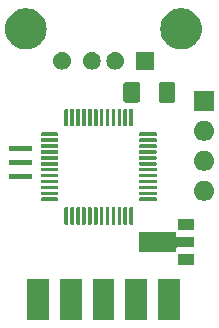
<source format=gbr>
%TF.GenerationSoftware,KiCad,Pcbnew,7.0.9*%
%TF.CreationDate,2024-03-27T20:05:08+00:00*%
%TF.ProjectId,USBHIDAdapter,55534248-4944-4416-9461-707465722e6b,rev?*%
%TF.SameCoordinates,Original*%
%TF.FileFunction,Soldermask,Top*%
%TF.FilePolarity,Negative*%
%FSLAX46Y46*%
G04 Gerber Fmt 4.6, Leading zero omitted, Abs format (unit mm)*
G04 Created by KiCad (PCBNEW 7.0.9) date 2024-03-27 20:05:08*
%MOMM*%
%LPD*%
G01*
G04 APERTURE LIST*
G04 APERTURE END LIST*
G36*
X125558334Y-103238400D02*
G01*
X123711666Y-103238400D01*
X123711666Y-99758400D01*
X125558334Y-99758400D01*
X125558334Y-103238400D01*
G37*
G36*
X128328334Y-103238400D02*
G01*
X126481666Y-103238400D01*
X126481666Y-99758400D01*
X128328334Y-99758400D01*
X128328334Y-103238400D01*
G37*
G36*
X131098334Y-103238400D02*
G01*
X129251666Y-103238400D01*
X129251666Y-99758400D01*
X131098334Y-99758400D01*
X131098334Y-103238400D01*
G37*
G36*
X133868334Y-103238400D02*
G01*
X132021666Y-103238400D01*
X132021666Y-99758400D01*
X133868334Y-99758400D01*
X133868334Y-103238400D01*
G37*
G36*
X136638334Y-103238400D02*
G01*
X134791666Y-103238400D01*
X134791666Y-99758400D01*
X136638334Y-99758400D01*
X136638334Y-103238400D01*
G37*
G36*
X137809000Y-98571600D02*
G01*
X136509000Y-98571600D01*
X136509000Y-97671600D01*
X137809000Y-97671600D01*
X137809000Y-98571600D01*
G37*
G36*
X136334000Y-95761008D02*
G01*
X136334000Y-96136453D01*
X136369147Y-96171600D01*
X137803092Y-96171600D01*
X137809000Y-96171600D01*
X137809000Y-97071600D01*
X137803092Y-97071600D01*
X136369147Y-97071600D01*
X136334000Y-97106747D01*
X136334000Y-97488100D01*
X136328092Y-97488100D01*
X133214908Y-97488100D01*
X133209000Y-97488100D01*
X133209000Y-95755100D01*
X136334000Y-95755100D01*
X136334000Y-95761008D01*
G37*
G36*
X137809000Y-95571600D02*
G01*
X136509000Y-95571600D01*
X136509000Y-94671600D01*
X137809000Y-94671600D01*
X137809000Y-95571600D01*
G37*
G36*
X127122301Y-93676909D02*
G01*
X127146633Y-93693167D01*
X127162891Y-93717499D01*
X127168600Y-93746200D01*
X127168600Y-95071200D01*
X127162891Y-95099901D01*
X127146633Y-95124233D01*
X127122301Y-95140491D01*
X127093600Y-95146200D01*
X126943600Y-95146200D01*
X126914899Y-95140491D01*
X126890567Y-95124233D01*
X126874309Y-95099901D01*
X126868600Y-95071200D01*
X126868600Y-93746200D01*
X126874309Y-93717499D01*
X126890567Y-93693167D01*
X126914899Y-93676909D01*
X126943600Y-93671200D01*
X127093600Y-93671200D01*
X127122301Y-93676909D01*
G37*
G36*
X127622301Y-93676909D02*
G01*
X127646633Y-93693167D01*
X127662891Y-93717499D01*
X127668600Y-93746200D01*
X127668600Y-95071200D01*
X127662891Y-95099901D01*
X127646633Y-95124233D01*
X127622301Y-95140491D01*
X127593600Y-95146200D01*
X127443600Y-95146200D01*
X127414899Y-95140491D01*
X127390567Y-95124233D01*
X127374309Y-95099901D01*
X127368600Y-95071200D01*
X127368600Y-93746200D01*
X127374309Y-93717499D01*
X127390567Y-93693167D01*
X127414899Y-93676909D01*
X127443600Y-93671200D01*
X127593600Y-93671200D01*
X127622301Y-93676909D01*
G37*
G36*
X128122301Y-93676909D02*
G01*
X128146633Y-93693167D01*
X128162891Y-93717499D01*
X128168600Y-93746200D01*
X128168600Y-95071200D01*
X128162891Y-95099901D01*
X128146633Y-95124233D01*
X128122301Y-95140491D01*
X128093600Y-95146200D01*
X127943600Y-95146200D01*
X127914899Y-95140491D01*
X127890567Y-95124233D01*
X127874309Y-95099901D01*
X127868600Y-95071200D01*
X127868600Y-93746200D01*
X127874309Y-93717499D01*
X127890567Y-93693167D01*
X127914899Y-93676909D01*
X127943600Y-93671200D01*
X128093600Y-93671200D01*
X128122301Y-93676909D01*
G37*
G36*
X128622301Y-93676909D02*
G01*
X128646633Y-93693167D01*
X128662891Y-93717499D01*
X128668600Y-93746200D01*
X128668600Y-95071200D01*
X128662891Y-95099901D01*
X128646633Y-95124233D01*
X128622301Y-95140491D01*
X128593600Y-95146200D01*
X128443600Y-95146200D01*
X128414899Y-95140491D01*
X128390567Y-95124233D01*
X128374309Y-95099901D01*
X128368600Y-95071200D01*
X128368600Y-93746200D01*
X128374309Y-93717499D01*
X128390567Y-93693167D01*
X128414899Y-93676909D01*
X128443600Y-93671200D01*
X128593600Y-93671200D01*
X128622301Y-93676909D01*
G37*
G36*
X129122301Y-93676909D02*
G01*
X129146633Y-93693167D01*
X129162891Y-93717499D01*
X129168600Y-93746200D01*
X129168600Y-95071200D01*
X129162891Y-95099901D01*
X129146633Y-95124233D01*
X129122301Y-95140491D01*
X129093600Y-95146200D01*
X128943600Y-95146200D01*
X128914899Y-95140491D01*
X128890567Y-95124233D01*
X128874309Y-95099901D01*
X128868600Y-95071200D01*
X128868600Y-93746200D01*
X128874309Y-93717499D01*
X128890567Y-93693167D01*
X128914899Y-93676909D01*
X128943600Y-93671200D01*
X129093600Y-93671200D01*
X129122301Y-93676909D01*
G37*
G36*
X129622301Y-93676909D02*
G01*
X129646633Y-93693167D01*
X129662891Y-93717499D01*
X129668600Y-93746200D01*
X129668600Y-95071200D01*
X129662891Y-95099901D01*
X129646633Y-95124233D01*
X129622301Y-95140491D01*
X129593600Y-95146200D01*
X129443600Y-95146200D01*
X129414899Y-95140491D01*
X129390567Y-95124233D01*
X129374309Y-95099901D01*
X129368600Y-95071200D01*
X129368600Y-93746200D01*
X129374309Y-93717499D01*
X129390567Y-93693167D01*
X129414899Y-93676909D01*
X129443600Y-93671200D01*
X129593600Y-93671200D01*
X129622301Y-93676909D01*
G37*
G36*
X130122301Y-93676909D02*
G01*
X130146633Y-93693167D01*
X130162891Y-93717499D01*
X130168600Y-93746200D01*
X130168600Y-95071200D01*
X130162891Y-95099901D01*
X130146633Y-95124233D01*
X130122301Y-95140491D01*
X130093600Y-95146200D01*
X129943600Y-95146200D01*
X129914899Y-95140491D01*
X129890567Y-95124233D01*
X129874309Y-95099901D01*
X129868600Y-95071200D01*
X129868600Y-93746200D01*
X129874309Y-93717499D01*
X129890567Y-93693167D01*
X129914899Y-93676909D01*
X129943600Y-93671200D01*
X130093600Y-93671200D01*
X130122301Y-93676909D01*
G37*
G36*
X130622301Y-93676909D02*
G01*
X130646633Y-93693167D01*
X130662891Y-93717499D01*
X130668600Y-93746200D01*
X130668600Y-95071200D01*
X130662891Y-95099901D01*
X130646633Y-95124233D01*
X130622301Y-95140491D01*
X130593600Y-95146200D01*
X130443600Y-95146200D01*
X130414899Y-95140491D01*
X130390567Y-95124233D01*
X130374309Y-95099901D01*
X130368600Y-95071200D01*
X130368600Y-93746200D01*
X130374309Y-93717499D01*
X130390567Y-93693167D01*
X130414899Y-93676909D01*
X130443600Y-93671200D01*
X130593600Y-93671200D01*
X130622301Y-93676909D01*
G37*
G36*
X131122301Y-93676909D02*
G01*
X131146633Y-93693167D01*
X131162891Y-93717499D01*
X131168600Y-93746200D01*
X131168600Y-95071200D01*
X131162891Y-95099901D01*
X131146633Y-95124233D01*
X131122301Y-95140491D01*
X131093600Y-95146200D01*
X130943600Y-95146200D01*
X130914899Y-95140491D01*
X130890567Y-95124233D01*
X130874309Y-95099901D01*
X130868600Y-95071200D01*
X130868600Y-93746200D01*
X130874309Y-93717499D01*
X130890567Y-93693167D01*
X130914899Y-93676909D01*
X130943600Y-93671200D01*
X131093600Y-93671200D01*
X131122301Y-93676909D01*
G37*
G36*
X131622301Y-93676909D02*
G01*
X131646633Y-93693167D01*
X131662891Y-93717499D01*
X131668600Y-93746200D01*
X131668600Y-95071200D01*
X131662891Y-95099901D01*
X131646633Y-95124233D01*
X131622301Y-95140491D01*
X131593600Y-95146200D01*
X131443600Y-95146200D01*
X131414899Y-95140491D01*
X131390567Y-95124233D01*
X131374309Y-95099901D01*
X131368600Y-95071200D01*
X131368600Y-93746200D01*
X131374309Y-93717499D01*
X131390567Y-93693167D01*
X131414899Y-93676909D01*
X131443600Y-93671200D01*
X131593600Y-93671200D01*
X131622301Y-93676909D01*
G37*
G36*
X132122301Y-93676909D02*
G01*
X132146633Y-93693167D01*
X132162891Y-93717499D01*
X132168600Y-93746200D01*
X132168600Y-95071200D01*
X132162891Y-95099901D01*
X132146633Y-95124233D01*
X132122301Y-95140491D01*
X132093600Y-95146200D01*
X131943600Y-95146200D01*
X131914899Y-95140491D01*
X131890567Y-95124233D01*
X131874309Y-95099901D01*
X131868600Y-95071200D01*
X131868600Y-93746200D01*
X131874309Y-93717499D01*
X131890567Y-93693167D01*
X131914899Y-93676909D01*
X131943600Y-93671200D01*
X132093600Y-93671200D01*
X132122301Y-93676909D01*
G37*
G36*
X132622301Y-93676909D02*
G01*
X132646633Y-93693167D01*
X132662891Y-93717499D01*
X132668600Y-93746200D01*
X132668600Y-95071200D01*
X132662891Y-95099901D01*
X132646633Y-95124233D01*
X132622301Y-95140491D01*
X132593600Y-95146200D01*
X132443600Y-95146200D01*
X132414899Y-95140491D01*
X132390567Y-95124233D01*
X132374309Y-95099901D01*
X132368600Y-95071200D01*
X132368600Y-93746200D01*
X132374309Y-93717499D01*
X132390567Y-93693167D01*
X132414899Y-93676909D01*
X132443600Y-93671200D01*
X132593600Y-93671200D01*
X132622301Y-93676909D01*
G37*
G36*
X126297301Y-92851909D02*
G01*
X126321633Y-92868167D01*
X126337891Y-92892499D01*
X126343600Y-92921200D01*
X126343600Y-93071200D01*
X126337891Y-93099901D01*
X126321633Y-93124233D01*
X126297301Y-93140491D01*
X126268600Y-93146200D01*
X124943600Y-93146200D01*
X124914899Y-93140491D01*
X124890567Y-93124233D01*
X124874309Y-93099901D01*
X124868600Y-93071200D01*
X124868600Y-92921200D01*
X124874309Y-92892499D01*
X124890567Y-92868167D01*
X124914899Y-92851909D01*
X124943600Y-92846200D01*
X126268600Y-92846200D01*
X126297301Y-92851909D01*
G37*
G36*
X134622301Y-92851909D02*
G01*
X134646633Y-92868167D01*
X134662891Y-92892499D01*
X134668600Y-92921200D01*
X134668600Y-93071200D01*
X134662891Y-93099901D01*
X134646633Y-93124233D01*
X134622301Y-93140491D01*
X134593600Y-93146200D01*
X133268600Y-93146200D01*
X133239899Y-93140491D01*
X133215567Y-93124233D01*
X133199309Y-93099901D01*
X133193600Y-93071200D01*
X133193600Y-92921200D01*
X133199309Y-92892499D01*
X133215567Y-92868167D01*
X133239899Y-92851909D01*
X133268600Y-92846200D01*
X134593600Y-92846200D01*
X134622301Y-92851909D01*
G37*
G36*
X138946664Y-91479802D02*
G01*
X139109000Y-91552078D01*
X139252761Y-91656527D01*
X139371664Y-91788583D01*
X139460514Y-91942474D01*
X139515425Y-92111475D01*
X139534000Y-92288200D01*
X139515425Y-92464925D01*
X139460514Y-92633926D01*
X139371664Y-92787817D01*
X139252761Y-92919873D01*
X139109000Y-93024322D01*
X138946664Y-93096598D01*
X138772849Y-93133544D01*
X138595151Y-93133544D01*
X138421336Y-93096598D01*
X138259000Y-93024322D01*
X138115239Y-92919873D01*
X137996336Y-92787817D01*
X137907486Y-92633926D01*
X137852575Y-92464925D01*
X137834000Y-92288200D01*
X137852575Y-92111475D01*
X137907486Y-91942474D01*
X137996336Y-91788583D01*
X138115239Y-91656527D01*
X138259000Y-91552078D01*
X138421336Y-91479802D01*
X138595151Y-91442856D01*
X138772849Y-91442856D01*
X138946664Y-91479802D01*
G37*
G36*
X126297301Y-92351909D02*
G01*
X126321633Y-92368167D01*
X126337891Y-92392499D01*
X126343600Y-92421200D01*
X126343600Y-92571200D01*
X126337891Y-92599901D01*
X126321633Y-92624233D01*
X126297301Y-92640491D01*
X126268600Y-92646200D01*
X124943600Y-92646200D01*
X124914899Y-92640491D01*
X124890567Y-92624233D01*
X124874309Y-92599901D01*
X124868600Y-92571200D01*
X124868600Y-92421200D01*
X124874309Y-92392499D01*
X124890567Y-92368167D01*
X124914899Y-92351909D01*
X124943600Y-92346200D01*
X126268600Y-92346200D01*
X126297301Y-92351909D01*
G37*
G36*
X134622301Y-92351909D02*
G01*
X134646633Y-92368167D01*
X134662891Y-92392499D01*
X134668600Y-92421200D01*
X134668600Y-92571200D01*
X134662891Y-92599901D01*
X134646633Y-92624233D01*
X134622301Y-92640491D01*
X134593600Y-92646200D01*
X133268600Y-92646200D01*
X133239899Y-92640491D01*
X133215567Y-92624233D01*
X133199309Y-92599901D01*
X133193600Y-92571200D01*
X133193600Y-92421200D01*
X133199309Y-92392499D01*
X133215567Y-92368167D01*
X133239899Y-92351909D01*
X133268600Y-92346200D01*
X134593600Y-92346200D01*
X134622301Y-92351909D01*
G37*
G36*
X126297301Y-91851909D02*
G01*
X126321633Y-91868167D01*
X126337891Y-91892499D01*
X126343600Y-91921200D01*
X126343600Y-92071200D01*
X126337891Y-92099901D01*
X126321633Y-92124233D01*
X126297301Y-92140491D01*
X126268600Y-92146200D01*
X124943600Y-92146200D01*
X124914899Y-92140491D01*
X124890567Y-92124233D01*
X124874309Y-92099901D01*
X124868600Y-92071200D01*
X124868600Y-91921200D01*
X124874309Y-91892499D01*
X124890567Y-91868167D01*
X124914899Y-91851909D01*
X124943600Y-91846200D01*
X126268600Y-91846200D01*
X126297301Y-91851909D01*
G37*
G36*
X134622301Y-91851909D02*
G01*
X134646633Y-91868167D01*
X134662891Y-91892499D01*
X134668600Y-91921200D01*
X134668600Y-92071200D01*
X134662891Y-92099901D01*
X134646633Y-92124233D01*
X134622301Y-92140491D01*
X134593600Y-92146200D01*
X133268600Y-92146200D01*
X133239899Y-92140491D01*
X133215567Y-92124233D01*
X133199309Y-92099901D01*
X133193600Y-92071200D01*
X133193600Y-91921200D01*
X133199309Y-91892499D01*
X133215567Y-91868167D01*
X133239899Y-91851909D01*
X133268600Y-91846200D01*
X134593600Y-91846200D01*
X134622301Y-91851909D01*
G37*
G36*
X126297301Y-91351909D02*
G01*
X126321633Y-91368167D01*
X126337891Y-91392499D01*
X126343600Y-91421200D01*
X126343600Y-91571200D01*
X126337891Y-91599901D01*
X126321633Y-91624233D01*
X126297301Y-91640491D01*
X126268600Y-91646200D01*
X124943600Y-91646200D01*
X124914899Y-91640491D01*
X124890567Y-91624233D01*
X124874309Y-91599901D01*
X124868600Y-91571200D01*
X124868600Y-91421200D01*
X124874309Y-91392499D01*
X124890567Y-91368167D01*
X124914899Y-91351909D01*
X124943600Y-91346200D01*
X126268600Y-91346200D01*
X126297301Y-91351909D01*
G37*
G36*
X134622301Y-91351909D02*
G01*
X134646633Y-91368167D01*
X134662891Y-91392499D01*
X134668600Y-91421200D01*
X134668600Y-91571200D01*
X134662891Y-91599901D01*
X134646633Y-91624233D01*
X134622301Y-91640491D01*
X134593600Y-91646200D01*
X133268600Y-91646200D01*
X133239899Y-91640491D01*
X133215567Y-91624233D01*
X133199309Y-91599901D01*
X133193600Y-91571200D01*
X133193600Y-91421200D01*
X133199309Y-91392499D01*
X133215567Y-91368167D01*
X133239899Y-91351909D01*
X133268600Y-91346200D01*
X134593600Y-91346200D01*
X134622301Y-91351909D01*
G37*
G36*
X124114600Y-91290600D02*
G01*
X122214600Y-91290600D01*
X122214600Y-90890600D01*
X124114600Y-90890600D01*
X124114600Y-91290600D01*
G37*
G36*
X126297301Y-90851909D02*
G01*
X126321633Y-90868167D01*
X126337891Y-90892499D01*
X126343600Y-90921200D01*
X126343600Y-91071200D01*
X126337891Y-91099901D01*
X126321633Y-91124233D01*
X126297301Y-91140491D01*
X126268600Y-91146200D01*
X124943600Y-91146200D01*
X124914899Y-91140491D01*
X124890567Y-91124233D01*
X124874309Y-91099901D01*
X124868600Y-91071200D01*
X124868600Y-90921200D01*
X124874309Y-90892499D01*
X124890567Y-90868167D01*
X124914899Y-90851909D01*
X124943600Y-90846200D01*
X126268600Y-90846200D01*
X126297301Y-90851909D01*
G37*
G36*
X134622301Y-90851909D02*
G01*
X134646633Y-90868167D01*
X134662891Y-90892499D01*
X134668600Y-90921200D01*
X134668600Y-91071200D01*
X134662891Y-91099901D01*
X134646633Y-91124233D01*
X134622301Y-91140491D01*
X134593600Y-91146200D01*
X133268600Y-91146200D01*
X133239899Y-91140491D01*
X133215567Y-91124233D01*
X133199309Y-91099901D01*
X133193600Y-91071200D01*
X133193600Y-90921200D01*
X133199309Y-90892499D01*
X133215567Y-90868167D01*
X133239899Y-90851909D01*
X133268600Y-90846200D01*
X134593600Y-90846200D01*
X134622301Y-90851909D01*
G37*
G36*
X126297301Y-90351909D02*
G01*
X126321633Y-90368167D01*
X126337891Y-90392499D01*
X126343600Y-90421200D01*
X126343600Y-90571200D01*
X126337891Y-90599901D01*
X126321633Y-90624233D01*
X126297301Y-90640491D01*
X126268600Y-90646200D01*
X124943600Y-90646200D01*
X124914899Y-90640491D01*
X124890567Y-90624233D01*
X124874309Y-90599901D01*
X124868600Y-90571200D01*
X124868600Y-90421200D01*
X124874309Y-90392499D01*
X124890567Y-90368167D01*
X124914899Y-90351909D01*
X124943600Y-90346200D01*
X126268600Y-90346200D01*
X126297301Y-90351909D01*
G37*
G36*
X134622301Y-90351909D02*
G01*
X134646633Y-90368167D01*
X134662891Y-90392499D01*
X134668600Y-90421200D01*
X134668600Y-90571200D01*
X134662891Y-90599901D01*
X134646633Y-90624233D01*
X134622301Y-90640491D01*
X134593600Y-90646200D01*
X133268600Y-90646200D01*
X133239899Y-90640491D01*
X133215567Y-90624233D01*
X133199309Y-90599901D01*
X133193600Y-90571200D01*
X133193600Y-90421200D01*
X133199309Y-90392499D01*
X133215567Y-90368167D01*
X133239899Y-90351909D01*
X133268600Y-90346200D01*
X134593600Y-90346200D01*
X134622301Y-90351909D01*
G37*
G36*
X138946664Y-88939802D02*
G01*
X139109000Y-89012078D01*
X139252761Y-89116527D01*
X139371664Y-89248583D01*
X139460514Y-89402474D01*
X139515425Y-89571475D01*
X139534000Y-89748200D01*
X139515425Y-89924925D01*
X139460514Y-90093926D01*
X139371664Y-90247817D01*
X139252761Y-90379873D01*
X139109000Y-90484322D01*
X138946664Y-90556598D01*
X138772849Y-90593544D01*
X138595151Y-90593544D01*
X138421336Y-90556598D01*
X138259000Y-90484322D01*
X138115239Y-90379873D01*
X137996336Y-90247817D01*
X137907486Y-90093926D01*
X137852575Y-89924925D01*
X137834000Y-89748200D01*
X137852575Y-89571475D01*
X137907486Y-89402474D01*
X137996336Y-89248583D01*
X138115239Y-89116527D01*
X138259000Y-89012078D01*
X138421336Y-88939802D01*
X138595151Y-88902856D01*
X138772849Y-88902856D01*
X138946664Y-88939802D01*
G37*
G36*
X126297301Y-89851909D02*
G01*
X126321633Y-89868167D01*
X126337891Y-89892499D01*
X126343600Y-89921200D01*
X126343600Y-90071200D01*
X126337891Y-90099901D01*
X126321633Y-90124233D01*
X126297301Y-90140491D01*
X126268600Y-90146200D01*
X124943600Y-90146200D01*
X124914899Y-90140491D01*
X124890567Y-90124233D01*
X124874309Y-90099901D01*
X124868600Y-90071200D01*
X124868600Y-89921200D01*
X124874309Y-89892499D01*
X124890567Y-89868167D01*
X124914899Y-89851909D01*
X124943600Y-89846200D01*
X126268600Y-89846200D01*
X126297301Y-89851909D01*
G37*
G36*
X134622301Y-89851909D02*
G01*
X134646633Y-89868167D01*
X134662891Y-89892499D01*
X134668600Y-89921200D01*
X134668600Y-90071200D01*
X134662891Y-90099901D01*
X134646633Y-90124233D01*
X134622301Y-90140491D01*
X134593600Y-90146200D01*
X133268600Y-90146200D01*
X133239899Y-90140491D01*
X133215567Y-90124233D01*
X133199309Y-90099901D01*
X133193600Y-90071200D01*
X133193600Y-89921200D01*
X133199309Y-89892499D01*
X133215567Y-89868167D01*
X133239899Y-89851909D01*
X133268600Y-89846200D01*
X134593600Y-89846200D01*
X134622301Y-89851909D01*
G37*
G36*
X124114600Y-90090600D02*
G01*
X122214600Y-90090600D01*
X122214600Y-89690600D01*
X124114600Y-89690600D01*
X124114600Y-90090600D01*
G37*
G36*
X126297301Y-89351909D02*
G01*
X126321633Y-89368167D01*
X126337891Y-89392499D01*
X126343600Y-89421200D01*
X126343600Y-89571200D01*
X126337891Y-89599901D01*
X126321633Y-89624233D01*
X126297301Y-89640491D01*
X126268600Y-89646200D01*
X124943600Y-89646200D01*
X124914899Y-89640491D01*
X124890567Y-89624233D01*
X124874309Y-89599901D01*
X124868600Y-89571200D01*
X124868600Y-89421200D01*
X124874309Y-89392499D01*
X124890567Y-89368167D01*
X124914899Y-89351909D01*
X124943600Y-89346200D01*
X126268600Y-89346200D01*
X126297301Y-89351909D01*
G37*
G36*
X134622301Y-89351909D02*
G01*
X134646633Y-89368167D01*
X134662891Y-89392499D01*
X134668600Y-89421200D01*
X134668600Y-89571200D01*
X134662891Y-89599901D01*
X134646633Y-89624233D01*
X134622301Y-89640491D01*
X134593600Y-89646200D01*
X133268600Y-89646200D01*
X133239899Y-89640491D01*
X133215567Y-89624233D01*
X133199309Y-89599901D01*
X133193600Y-89571200D01*
X133193600Y-89421200D01*
X133199309Y-89392499D01*
X133215567Y-89368167D01*
X133239899Y-89351909D01*
X133268600Y-89346200D01*
X134593600Y-89346200D01*
X134622301Y-89351909D01*
G37*
G36*
X126297301Y-88851909D02*
G01*
X126321633Y-88868167D01*
X126337891Y-88892499D01*
X126343600Y-88921200D01*
X126343600Y-89071200D01*
X126337891Y-89099901D01*
X126321633Y-89124233D01*
X126297301Y-89140491D01*
X126268600Y-89146200D01*
X124943600Y-89146200D01*
X124914899Y-89140491D01*
X124890567Y-89124233D01*
X124874309Y-89099901D01*
X124868600Y-89071200D01*
X124868600Y-88921200D01*
X124874309Y-88892499D01*
X124890567Y-88868167D01*
X124914899Y-88851909D01*
X124943600Y-88846200D01*
X126268600Y-88846200D01*
X126297301Y-88851909D01*
G37*
G36*
X134622301Y-88851909D02*
G01*
X134646633Y-88868167D01*
X134662891Y-88892499D01*
X134668600Y-88921200D01*
X134668600Y-89071200D01*
X134662891Y-89099901D01*
X134646633Y-89124233D01*
X134622301Y-89140491D01*
X134593600Y-89146200D01*
X133268600Y-89146200D01*
X133239899Y-89140491D01*
X133215567Y-89124233D01*
X133199309Y-89099901D01*
X133193600Y-89071200D01*
X133193600Y-88921200D01*
X133199309Y-88892499D01*
X133215567Y-88868167D01*
X133239899Y-88851909D01*
X133268600Y-88846200D01*
X134593600Y-88846200D01*
X134622301Y-88851909D01*
G37*
G36*
X124114600Y-88890600D02*
G01*
X122214600Y-88890600D01*
X122214600Y-88490600D01*
X124114600Y-88490600D01*
X124114600Y-88890600D01*
G37*
G36*
X126297301Y-88351909D02*
G01*
X126321633Y-88368167D01*
X126337891Y-88392499D01*
X126343600Y-88421200D01*
X126343600Y-88571200D01*
X126337891Y-88599901D01*
X126321633Y-88624233D01*
X126297301Y-88640491D01*
X126268600Y-88646200D01*
X124943600Y-88646200D01*
X124914899Y-88640491D01*
X124890567Y-88624233D01*
X124874309Y-88599901D01*
X124868600Y-88571200D01*
X124868600Y-88421200D01*
X124874309Y-88392499D01*
X124890567Y-88368167D01*
X124914899Y-88351909D01*
X124943600Y-88346200D01*
X126268600Y-88346200D01*
X126297301Y-88351909D01*
G37*
G36*
X134622301Y-88351909D02*
G01*
X134646633Y-88368167D01*
X134662891Y-88392499D01*
X134668600Y-88421200D01*
X134668600Y-88571200D01*
X134662891Y-88599901D01*
X134646633Y-88624233D01*
X134622301Y-88640491D01*
X134593600Y-88646200D01*
X133268600Y-88646200D01*
X133239899Y-88640491D01*
X133215567Y-88624233D01*
X133199309Y-88599901D01*
X133193600Y-88571200D01*
X133193600Y-88421200D01*
X133199309Y-88392499D01*
X133215567Y-88368167D01*
X133239899Y-88351909D01*
X133268600Y-88346200D01*
X134593600Y-88346200D01*
X134622301Y-88351909D01*
G37*
G36*
X126297301Y-87851909D02*
G01*
X126321633Y-87868167D01*
X126337891Y-87892499D01*
X126343600Y-87921200D01*
X126343600Y-88071200D01*
X126337891Y-88099901D01*
X126321633Y-88124233D01*
X126297301Y-88140491D01*
X126268600Y-88146200D01*
X124943600Y-88146200D01*
X124914899Y-88140491D01*
X124890567Y-88124233D01*
X124874309Y-88099901D01*
X124868600Y-88071200D01*
X124868600Y-87921200D01*
X124874309Y-87892499D01*
X124890567Y-87868167D01*
X124914899Y-87851909D01*
X124943600Y-87846200D01*
X126268600Y-87846200D01*
X126297301Y-87851909D01*
G37*
G36*
X134622301Y-87851909D02*
G01*
X134646633Y-87868167D01*
X134662891Y-87892499D01*
X134668600Y-87921200D01*
X134668600Y-88071200D01*
X134662891Y-88099901D01*
X134646633Y-88124233D01*
X134622301Y-88140491D01*
X134593600Y-88146200D01*
X133268600Y-88146200D01*
X133239899Y-88140491D01*
X133215567Y-88124233D01*
X133199309Y-88099901D01*
X133193600Y-88071200D01*
X133193600Y-87921200D01*
X133199309Y-87892499D01*
X133215567Y-87868167D01*
X133239899Y-87851909D01*
X133268600Y-87846200D01*
X134593600Y-87846200D01*
X134622301Y-87851909D01*
G37*
G36*
X138946664Y-86399802D02*
G01*
X139109000Y-86472078D01*
X139252761Y-86576527D01*
X139371664Y-86708583D01*
X139460514Y-86862474D01*
X139515425Y-87031475D01*
X139534000Y-87208200D01*
X139515425Y-87384925D01*
X139460514Y-87553926D01*
X139371664Y-87707817D01*
X139252761Y-87839873D01*
X139109000Y-87944322D01*
X138946664Y-88016598D01*
X138772849Y-88053544D01*
X138595151Y-88053544D01*
X138421336Y-88016598D01*
X138259000Y-87944322D01*
X138115239Y-87839873D01*
X137996336Y-87707817D01*
X137907486Y-87553926D01*
X137852575Y-87384925D01*
X137834000Y-87208200D01*
X137852575Y-87031475D01*
X137907486Y-86862474D01*
X137996336Y-86708583D01*
X138115239Y-86576527D01*
X138259000Y-86472078D01*
X138421336Y-86399802D01*
X138595151Y-86362856D01*
X138772849Y-86362856D01*
X138946664Y-86399802D01*
G37*
G36*
X126297301Y-87351909D02*
G01*
X126321633Y-87368167D01*
X126337891Y-87392499D01*
X126343600Y-87421200D01*
X126343600Y-87571200D01*
X126337891Y-87599901D01*
X126321633Y-87624233D01*
X126297301Y-87640491D01*
X126268600Y-87646200D01*
X124943600Y-87646200D01*
X124914899Y-87640491D01*
X124890567Y-87624233D01*
X124874309Y-87599901D01*
X124868600Y-87571200D01*
X124868600Y-87421200D01*
X124874309Y-87392499D01*
X124890567Y-87368167D01*
X124914899Y-87351909D01*
X124943600Y-87346200D01*
X126268600Y-87346200D01*
X126297301Y-87351909D01*
G37*
G36*
X134622301Y-87351909D02*
G01*
X134646633Y-87368167D01*
X134662891Y-87392499D01*
X134668600Y-87421200D01*
X134668600Y-87571200D01*
X134662891Y-87599901D01*
X134646633Y-87624233D01*
X134622301Y-87640491D01*
X134593600Y-87646200D01*
X133268600Y-87646200D01*
X133239899Y-87640491D01*
X133215567Y-87624233D01*
X133199309Y-87599901D01*
X133193600Y-87571200D01*
X133193600Y-87421200D01*
X133199309Y-87392499D01*
X133215567Y-87368167D01*
X133239899Y-87351909D01*
X133268600Y-87346200D01*
X134593600Y-87346200D01*
X134622301Y-87351909D01*
G37*
G36*
X127122301Y-85351909D02*
G01*
X127146633Y-85368167D01*
X127162891Y-85392499D01*
X127168600Y-85421200D01*
X127168600Y-86746200D01*
X127162891Y-86774901D01*
X127146633Y-86799233D01*
X127122301Y-86815491D01*
X127093600Y-86821200D01*
X126943600Y-86821200D01*
X126914899Y-86815491D01*
X126890567Y-86799233D01*
X126874309Y-86774901D01*
X126868600Y-86746200D01*
X126868600Y-85421200D01*
X126874309Y-85392499D01*
X126890567Y-85368167D01*
X126914899Y-85351909D01*
X126943600Y-85346200D01*
X127093600Y-85346200D01*
X127122301Y-85351909D01*
G37*
G36*
X127622301Y-85351909D02*
G01*
X127646633Y-85368167D01*
X127662891Y-85392499D01*
X127668600Y-85421200D01*
X127668600Y-86746200D01*
X127662891Y-86774901D01*
X127646633Y-86799233D01*
X127622301Y-86815491D01*
X127593600Y-86821200D01*
X127443600Y-86821200D01*
X127414899Y-86815491D01*
X127390567Y-86799233D01*
X127374309Y-86774901D01*
X127368600Y-86746200D01*
X127368600Y-85421200D01*
X127374309Y-85392499D01*
X127390567Y-85368167D01*
X127414899Y-85351909D01*
X127443600Y-85346200D01*
X127593600Y-85346200D01*
X127622301Y-85351909D01*
G37*
G36*
X128122301Y-85351909D02*
G01*
X128146633Y-85368167D01*
X128162891Y-85392499D01*
X128168600Y-85421200D01*
X128168600Y-86746200D01*
X128162891Y-86774901D01*
X128146633Y-86799233D01*
X128122301Y-86815491D01*
X128093600Y-86821200D01*
X127943600Y-86821200D01*
X127914899Y-86815491D01*
X127890567Y-86799233D01*
X127874309Y-86774901D01*
X127868600Y-86746200D01*
X127868600Y-85421200D01*
X127874309Y-85392499D01*
X127890567Y-85368167D01*
X127914899Y-85351909D01*
X127943600Y-85346200D01*
X128093600Y-85346200D01*
X128122301Y-85351909D01*
G37*
G36*
X128622301Y-85351909D02*
G01*
X128646633Y-85368167D01*
X128662891Y-85392499D01*
X128668600Y-85421200D01*
X128668600Y-86746200D01*
X128662891Y-86774901D01*
X128646633Y-86799233D01*
X128622301Y-86815491D01*
X128593600Y-86821200D01*
X128443600Y-86821200D01*
X128414899Y-86815491D01*
X128390567Y-86799233D01*
X128374309Y-86774901D01*
X128368600Y-86746200D01*
X128368600Y-85421200D01*
X128374309Y-85392499D01*
X128390567Y-85368167D01*
X128414899Y-85351909D01*
X128443600Y-85346200D01*
X128593600Y-85346200D01*
X128622301Y-85351909D01*
G37*
G36*
X129122301Y-85351909D02*
G01*
X129146633Y-85368167D01*
X129162891Y-85392499D01*
X129168600Y-85421200D01*
X129168600Y-86746200D01*
X129162891Y-86774901D01*
X129146633Y-86799233D01*
X129122301Y-86815491D01*
X129093600Y-86821200D01*
X128943600Y-86821200D01*
X128914899Y-86815491D01*
X128890567Y-86799233D01*
X128874309Y-86774901D01*
X128868600Y-86746200D01*
X128868600Y-85421200D01*
X128874309Y-85392499D01*
X128890567Y-85368167D01*
X128914899Y-85351909D01*
X128943600Y-85346200D01*
X129093600Y-85346200D01*
X129122301Y-85351909D01*
G37*
G36*
X129622301Y-85351909D02*
G01*
X129646633Y-85368167D01*
X129662891Y-85392499D01*
X129668600Y-85421200D01*
X129668600Y-86746200D01*
X129662891Y-86774901D01*
X129646633Y-86799233D01*
X129622301Y-86815491D01*
X129593600Y-86821200D01*
X129443600Y-86821200D01*
X129414899Y-86815491D01*
X129390567Y-86799233D01*
X129374309Y-86774901D01*
X129368600Y-86746200D01*
X129368600Y-85421200D01*
X129374309Y-85392499D01*
X129390567Y-85368167D01*
X129414899Y-85351909D01*
X129443600Y-85346200D01*
X129593600Y-85346200D01*
X129622301Y-85351909D01*
G37*
G36*
X130122301Y-85351909D02*
G01*
X130146633Y-85368167D01*
X130162891Y-85392499D01*
X130168600Y-85421200D01*
X130168600Y-86746200D01*
X130162891Y-86774901D01*
X130146633Y-86799233D01*
X130122301Y-86815491D01*
X130093600Y-86821200D01*
X129943600Y-86821200D01*
X129914899Y-86815491D01*
X129890567Y-86799233D01*
X129874309Y-86774901D01*
X129868600Y-86746200D01*
X129868600Y-85421200D01*
X129874309Y-85392499D01*
X129890567Y-85368167D01*
X129914899Y-85351909D01*
X129943600Y-85346200D01*
X130093600Y-85346200D01*
X130122301Y-85351909D01*
G37*
G36*
X130622301Y-85351909D02*
G01*
X130646633Y-85368167D01*
X130662891Y-85392499D01*
X130668600Y-85421200D01*
X130668600Y-86746200D01*
X130662891Y-86774901D01*
X130646633Y-86799233D01*
X130622301Y-86815491D01*
X130593600Y-86821200D01*
X130443600Y-86821200D01*
X130414899Y-86815491D01*
X130390567Y-86799233D01*
X130374309Y-86774901D01*
X130368600Y-86746200D01*
X130368600Y-85421200D01*
X130374309Y-85392499D01*
X130390567Y-85368167D01*
X130414899Y-85351909D01*
X130443600Y-85346200D01*
X130593600Y-85346200D01*
X130622301Y-85351909D01*
G37*
G36*
X131122301Y-85351909D02*
G01*
X131146633Y-85368167D01*
X131162891Y-85392499D01*
X131168600Y-85421200D01*
X131168600Y-86746200D01*
X131162891Y-86774901D01*
X131146633Y-86799233D01*
X131122301Y-86815491D01*
X131093600Y-86821200D01*
X130943600Y-86821200D01*
X130914899Y-86815491D01*
X130890567Y-86799233D01*
X130874309Y-86774901D01*
X130868600Y-86746200D01*
X130868600Y-85421200D01*
X130874309Y-85392499D01*
X130890567Y-85368167D01*
X130914899Y-85351909D01*
X130943600Y-85346200D01*
X131093600Y-85346200D01*
X131122301Y-85351909D01*
G37*
G36*
X131622301Y-85351909D02*
G01*
X131646633Y-85368167D01*
X131662891Y-85392499D01*
X131668600Y-85421200D01*
X131668600Y-86746200D01*
X131662891Y-86774901D01*
X131646633Y-86799233D01*
X131622301Y-86815491D01*
X131593600Y-86821200D01*
X131443600Y-86821200D01*
X131414899Y-86815491D01*
X131390567Y-86799233D01*
X131374309Y-86774901D01*
X131368600Y-86746200D01*
X131368600Y-85421200D01*
X131374309Y-85392499D01*
X131390567Y-85368167D01*
X131414899Y-85351909D01*
X131443600Y-85346200D01*
X131593600Y-85346200D01*
X131622301Y-85351909D01*
G37*
G36*
X132122301Y-85351909D02*
G01*
X132146633Y-85368167D01*
X132162891Y-85392499D01*
X132168600Y-85421200D01*
X132168600Y-86746200D01*
X132162891Y-86774901D01*
X132146633Y-86799233D01*
X132122301Y-86815491D01*
X132093600Y-86821200D01*
X131943600Y-86821200D01*
X131914899Y-86815491D01*
X131890567Y-86799233D01*
X131874309Y-86774901D01*
X131868600Y-86746200D01*
X131868600Y-85421200D01*
X131874309Y-85392499D01*
X131890567Y-85368167D01*
X131914899Y-85351909D01*
X131943600Y-85346200D01*
X132093600Y-85346200D01*
X132122301Y-85351909D01*
G37*
G36*
X132622301Y-85351909D02*
G01*
X132646633Y-85368167D01*
X132662891Y-85392499D01*
X132668600Y-85421200D01*
X132668600Y-86746200D01*
X132662891Y-86774901D01*
X132646633Y-86799233D01*
X132622301Y-86815491D01*
X132593600Y-86821200D01*
X132443600Y-86821200D01*
X132414899Y-86815491D01*
X132390567Y-86799233D01*
X132374309Y-86774901D01*
X132368600Y-86746200D01*
X132368600Y-85421200D01*
X132374309Y-85392499D01*
X132390567Y-85368167D01*
X132414899Y-85351909D01*
X132443600Y-85346200D01*
X132593600Y-85346200D01*
X132622301Y-85351909D01*
G37*
G36*
X139534000Y-85518200D02*
G01*
X137834000Y-85518200D01*
X137834000Y-83818200D01*
X139534000Y-83818200D01*
X139534000Y-85518200D01*
G37*
G36*
X133041048Y-83072964D02*
G01*
X133091240Y-83078787D01*
X133108389Y-83086359D01*
X133131870Y-83091030D01*
X133157007Y-83107826D01*
X133176895Y-83116608D01*
X133190478Y-83130191D01*
X133212976Y-83145224D01*
X133228008Y-83167721D01*
X133241591Y-83181304D01*
X133250371Y-83201189D01*
X133267170Y-83226330D01*
X133271840Y-83249811D01*
X133279412Y-83266959D01*
X133285236Y-83317163D01*
X133286199Y-83322002D01*
X133286199Y-83325458D01*
X133286200Y-83325467D01*
X133286200Y-84568532D01*
X133286200Y-84571999D01*
X133285234Y-84576851D01*
X133279412Y-84627040D01*
X133271841Y-84644185D01*
X133267170Y-84667670D01*
X133250370Y-84692812D01*
X133241591Y-84712695D01*
X133228010Y-84726275D01*
X133212976Y-84748776D01*
X133190475Y-84763810D01*
X133176895Y-84777391D01*
X133157012Y-84786170D01*
X133131870Y-84802970D01*
X133108387Y-84807640D01*
X133091240Y-84815212D01*
X133041036Y-84821036D01*
X133036198Y-84821999D01*
X133032741Y-84821999D01*
X133032733Y-84822000D01*
X132114667Y-84822000D01*
X132114666Y-84821999D01*
X132111201Y-84822000D01*
X132106349Y-84821035D01*
X132056159Y-84815212D01*
X132039012Y-84807640D01*
X132015530Y-84802970D01*
X131990389Y-84786171D01*
X131970504Y-84777391D01*
X131956921Y-84763808D01*
X131934424Y-84748776D01*
X131919391Y-84726278D01*
X131905808Y-84712695D01*
X131897026Y-84692807D01*
X131880230Y-84667670D01*
X131875560Y-84644191D01*
X131867987Y-84627040D01*
X131862163Y-84576836D01*
X131861201Y-84571998D01*
X131861200Y-84568540D01*
X131861200Y-84568532D01*
X131861200Y-83325467D01*
X131861200Y-83325466D01*
X131861200Y-83322001D01*
X131862164Y-83317151D01*
X131867987Y-83266959D01*
X131875559Y-83249808D01*
X131880230Y-83226330D01*
X131897025Y-83201193D01*
X131905808Y-83181304D01*
X131919393Y-83167718D01*
X131934424Y-83145224D01*
X131956918Y-83130193D01*
X131970504Y-83116608D01*
X131990393Y-83107825D01*
X132015530Y-83091030D01*
X132039007Y-83086360D01*
X132056159Y-83078787D01*
X132106365Y-83072963D01*
X132111202Y-83072001D01*
X132114658Y-83072000D01*
X132114667Y-83072000D01*
X133032733Y-83072000D01*
X133036199Y-83072000D01*
X133041048Y-83072964D01*
G37*
G36*
X136016048Y-83072964D02*
G01*
X136066240Y-83078787D01*
X136083389Y-83086359D01*
X136106870Y-83091030D01*
X136132007Y-83107826D01*
X136151895Y-83116608D01*
X136165478Y-83130191D01*
X136187976Y-83145224D01*
X136203008Y-83167721D01*
X136216591Y-83181304D01*
X136225371Y-83201189D01*
X136242170Y-83226330D01*
X136246840Y-83249811D01*
X136254412Y-83266959D01*
X136260236Y-83317163D01*
X136261199Y-83322002D01*
X136261199Y-83325458D01*
X136261200Y-83325467D01*
X136261200Y-84568532D01*
X136261200Y-84571999D01*
X136260234Y-84576851D01*
X136254412Y-84627040D01*
X136246841Y-84644185D01*
X136242170Y-84667670D01*
X136225370Y-84692812D01*
X136216591Y-84712695D01*
X136203010Y-84726275D01*
X136187976Y-84748776D01*
X136165475Y-84763810D01*
X136151895Y-84777391D01*
X136132012Y-84786170D01*
X136106870Y-84802970D01*
X136083387Y-84807640D01*
X136066240Y-84815212D01*
X136016036Y-84821036D01*
X136011198Y-84821999D01*
X136007741Y-84821999D01*
X136007733Y-84822000D01*
X135089667Y-84822000D01*
X135089666Y-84821999D01*
X135086201Y-84822000D01*
X135081349Y-84821035D01*
X135031159Y-84815212D01*
X135014012Y-84807640D01*
X134990530Y-84802970D01*
X134965389Y-84786171D01*
X134945504Y-84777391D01*
X134931921Y-84763808D01*
X134909424Y-84748776D01*
X134894391Y-84726278D01*
X134880808Y-84712695D01*
X134872026Y-84692807D01*
X134855230Y-84667670D01*
X134850560Y-84644191D01*
X134842987Y-84627040D01*
X134837163Y-84576836D01*
X134836201Y-84571998D01*
X134836200Y-84568540D01*
X134836200Y-84568532D01*
X134836200Y-83325467D01*
X134836200Y-83325466D01*
X134836200Y-83322001D01*
X134837164Y-83317151D01*
X134842987Y-83266959D01*
X134850559Y-83249808D01*
X134855230Y-83226330D01*
X134872025Y-83201193D01*
X134880808Y-83181304D01*
X134894393Y-83167718D01*
X134909424Y-83145224D01*
X134931918Y-83130193D01*
X134945504Y-83116608D01*
X134965393Y-83107825D01*
X134990530Y-83091030D01*
X135014007Y-83086360D01*
X135031159Y-83078787D01*
X135081365Y-83072963D01*
X135086202Y-83072001D01*
X135089658Y-83072000D01*
X135089667Y-83072000D01*
X136007733Y-83072000D01*
X136011199Y-83072000D01*
X136016048Y-83072964D01*
G37*
G36*
X126844561Y-80524205D02*
G01*
X127005619Y-80580562D01*
X127150099Y-80671344D01*
X127270756Y-80792001D01*
X127361538Y-80936481D01*
X127417895Y-81097539D01*
X127437000Y-81267100D01*
X127417895Y-81436661D01*
X127361538Y-81597719D01*
X127270756Y-81742199D01*
X127150099Y-81862856D01*
X127005619Y-81953638D01*
X126844561Y-82009995D01*
X126675000Y-82029100D01*
X126505439Y-82009995D01*
X126344381Y-81953638D01*
X126199901Y-81862856D01*
X126079244Y-81742199D01*
X125988462Y-81597719D01*
X125932105Y-81436661D01*
X125913000Y-81267100D01*
X125932105Y-81097539D01*
X125988462Y-80936481D01*
X126079244Y-80792001D01*
X126199901Y-80671344D01*
X126344381Y-80580562D01*
X126505439Y-80524205D01*
X126675000Y-80505100D01*
X126844561Y-80524205D01*
G37*
G36*
X129344561Y-80524205D02*
G01*
X129505619Y-80580562D01*
X129650099Y-80671344D01*
X129770756Y-80792001D01*
X129861538Y-80936481D01*
X129917895Y-81097539D01*
X129937000Y-81267100D01*
X129917895Y-81436661D01*
X129861538Y-81597719D01*
X129770756Y-81742199D01*
X129650099Y-81862856D01*
X129505619Y-81953638D01*
X129344561Y-82009995D01*
X129175000Y-82029100D01*
X129005439Y-82009995D01*
X128844381Y-81953638D01*
X128699901Y-81862856D01*
X128579244Y-81742199D01*
X128488462Y-81597719D01*
X128432105Y-81436661D01*
X128413000Y-81267100D01*
X128432105Y-81097539D01*
X128488462Y-80936481D01*
X128579244Y-80792001D01*
X128699901Y-80671344D01*
X128844381Y-80580562D01*
X129005439Y-80524205D01*
X129175000Y-80505100D01*
X129344561Y-80524205D01*
G37*
G36*
X131344561Y-80524205D02*
G01*
X131505619Y-80580562D01*
X131650099Y-80671344D01*
X131770756Y-80792001D01*
X131861538Y-80936481D01*
X131917895Y-81097539D01*
X131937000Y-81267100D01*
X131917895Y-81436661D01*
X131861538Y-81597719D01*
X131770756Y-81742199D01*
X131650099Y-81862856D01*
X131505619Y-81953638D01*
X131344561Y-82009995D01*
X131175000Y-82029100D01*
X131005439Y-82009995D01*
X130844381Y-81953638D01*
X130699901Y-81862856D01*
X130579244Y-81742199D01*
X130488462Y-81597719D01*
X130432105Y-81436661D01*
X130413000Y-81267100D01*
X130432105Y-81097539D01*
X130488462Y-80936481D01*
X130579244Y-80792001D01*
X130699901Y-80671344D01*
X130844381Y-80580562D01*
X131005439Y-80524205D01*
X131175000Y-80505100D01*
X131344561Y-80524205D01*
G37*
G36*
X134437000Y-82029100D02*
G01*
X132913000Y-82029100D01*
X132913000Y-80505100D01*
X134437000Y-80505100D01*
X134437000Y-82029100D01*
G37*
G36*
X123994412Y-76850976D02*
G01*
X124244347Y-76928071D01*
X124480000Y-77041556D01*
X124696107Y-77188895D01*
X124887841Y-77366798D01*
X125050918Y-77571290D01*
X125181696Y-77797803D01*
X125277252Y-78041278D01*
X125335454Y-78296276D01*
X125355000Y-78557100D01*
X125335454Y-78817924D01*
X125277252Y-79072922D01*
X125181696Y-79316397D01*
X125050918Y-79542910D01*
X124887841Y-79747402D01*
X124696107Y-79925305D01*
X124480000Y-80072644D01*
X124244347Y-80186129D01*
X123994412Y-80263224D01*
X123735778Y-80302207D01*
X123474222Y-80302207D01*
X123215588Y-80263224D01*
X122965653Y-80186129D01*
X122730000Y-80072644D01*
X122513893Y-79925305D01*
X122322159Y-79747402D01*
X122159082Y-79542910D01*
X122028304Y-79316397D01*
X121932748Y-79072922D01*
X121874546Y-78817924D01*
X121855000Y-78557100D01*
X121874546Y-78296276D01*
X121932748Y-78041278D01*
X122028304Y-77797803D01*
X122159082Y-77571290D01*
X122322159Y-77366798D01*
X122513893Y-77188895D01*
X122730000Y-77041556D01*
X122965653Y-76928071D01*
X123215588Y-76850976D01*
X123474222Y-76811993D01*
X123735778Y-76811993D01*
X123994412Y-76850976D01*
G37*
G36*
X137134412Y-76850976D02*
G01*
X137384347Y-76928071D01*
X137620000Y-77041556D01*
X137836107Y-77188895D01*
X138027841Y-77366798D01*
X138190918Y-77571290D01*
X138321696Y-77797803D01*
X138417252Y-78041278D01*
X138475454Y-78296276D01*
X138495000Y-78557100D01*
X138475454Y-78817924D01*
X138417252Y-79072922D01*
X138321696Y-79316397D01*
X138190918Y-79542910D01*
X138027841Y-79747402D01*
X137836107Y-79925305D01*
X137620000Y-80072644D01*
X137384347Y-80186129D01*
X137134412Y-80263224D01*
X136875778Y-80302207D01*
X136614222Y-80302207D01*
X136355588Y-80263224D01*
X136105653Y-80186129D01*
X135870000Y-80072644D01*
X135653893Y-79925305D01*
X135462159Y-79747402D01*
X135299082Y-79542910D01*
X135168304Y-79316397D01*
X135072748Y-79072922D01*
X135014546Y-78817924D01*
X134995000Y-78557100D01*
X135014546Y-78296276D01*
X135072748Y-78041278D01*
X135168304Y-77797803D01*
X135299082Y-77571290D01*
X135462159Y-77366798D01*
X135653893Y-77188895D01*
X135870000Y-77041556D01*
X136105653Y-76928071D01*
X136355588Y-76850976D01*
X136614222Y-76811993D01*
X136875778Y-76811993D01*
X137134412Y-76850976D01*
G37*
M02*

</source>
